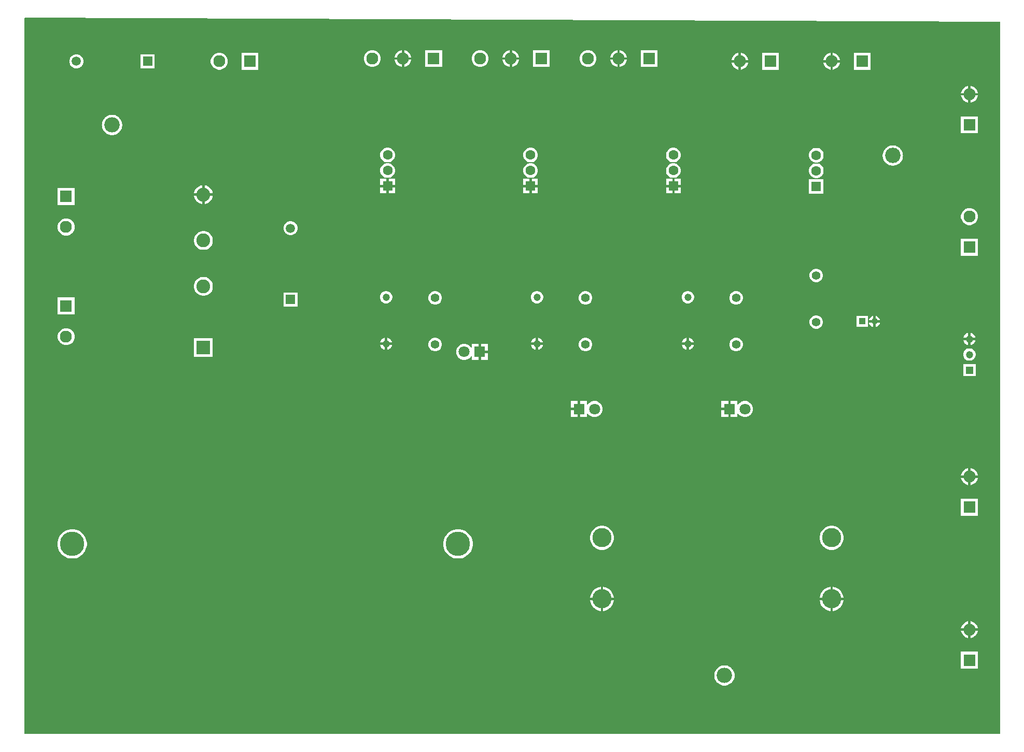
<source format=gbl>
G04*
G04 #@! TF.GenerationSoftware,Altium Limited,Altium Designer,22.8.2 (66)*
G04*
G04 Layer_Physical_Order=2*
G04 Layer_Color=16711680*
%FSLAX23Y23*%
%MOIN*%
G70*
G04*
G04 #@! TF.SameCoordinates,8AE226B6-A41B-4233-8507-6C7F5843907F*
G04*
G04*
G04 #@! TF.FilePolarity,Positive*
G04*
G01*
G75*
%ADD38C,0.157*%
%ADD39C,0.123*%
%ADD40O,0.099X0.097*%
%ADD41O,0.099X0.099*%
%ADD42C,0.055*%
%ADD43C,0.063*%
%ADD44R,0.063X0.063*%
%ADD45C,0.071*%
%ADD46R,0.071X0.071*%
%ADD47C,0.047*%
%ADD48R,0.077X0.077*%
%ADD49C,0.077*%
%ADD50R,0.077X0.077*%
%ADD51C,0.059*%
%ADD52R,0.059X0.059*%
%ADD53C,0.089*%
%ADD54R,0.089X0.089*%
%ADD55R,0.059X0.059*%
%ADD56R,0.047X0.047*%
%ADD57R,0.041X0.041*%
%ADD58C,0.041*%
G36*
X6299Y4602D02*
Y16D01*
X27D01*
Y4622D01*
X30Y4626D01*
X6299Y4602D01*
D02*
G37*
%LPC*%
G36*
X3855Y4418D02*
Y4372D01*
X3901D01*
X3898Y4385D01*
X3891Y4397D01*
X3881Y4407D01*
X3868Y4414D01*
X3855Y4418D01*
D02*
G37*
G36*
X3162D02*
Y4372D01*
X3208D01*
X3204Y4385D01*
X3197Y4397D01*
X3187Y4407D01*
X3175Y4414D01*
X3162Y4418D01*
D02*
G37*
G36*
X2469D02*
Y4372D01*
X2515D01*
X2511Y4385D01*
X2504Y4397D01*
X2494Y4407D01*
X2482Y4414D01*
X2469Y4418D01*
D02*
G37*
G36*
X3840D02*
X3827Y4414D01*
X3814Y4407D01*
X3804Y4397D01*
X3797Y4385D01*
X3794Y4372D01*
X3840D01*
Y4418D01*
D02*
G37*
G36*
X3146D02*
X3133Y4414D01*
X3121Y4407D01*
X3111Y4397D01*
X3104Y4385D01*
X3100Y4372D01*
X3146D01*
Y4418D01*
D02*
G37*
G36*
X2453D02*
X2440Y4414D01*
X2427Y4407D01*
X2417Y4397D01*
X2410Y4385D01*
X2407Y4372D01*
X2453D01*
Y4418D01*
D02*
G37*
G36*
X5224Y4400D02*
Y4354D01*
X5270D01*
X5267Y4367D01*
X5260Y4379D01*
X5250Y4390D01*
X5237Y4397D01*
X5224Y4400D01*
D02*
G37*
G36*
X4634D02*
Y4354D01*
X4680D01*
X4676Y4367D01*
X4669Y4379D01*
X4659Y4390D01*
X4647Y4397D01*
X4634Y4400D01*
D02*
G37*
G36*
X5209D02*
X5196Y4397D01*
X5183Y4390D01*
X5173Y4379D01*
X5166Y4367D01*
X5163Y4354D01*
X5209D01*
Y4400D01*
D02*
G37*
G36*
X4618D02*
X4605Y4397D01*
X4593Y4390D01*
X4583Y4379D01*
X4576Y4367D01*
X4572Y4354D01*
X4618D01*
Y4400D01*
D02*
G37*
G36*
X3208Y4356D02*
X3162D01*
Y4310D01*
X3175Y4314D01*
X3187Y4321D01*
X3197Y4331D01*
X3204Y4343D01*
X3208Y4356D01*
D02*
G37*
G36*
X2515D02*
X2469D01*
Y4310D01*
X2482Y4314D01*
X2494Y4321D01*
X2504Y4331D01*
X2511Y4343D01*
X2515Y4356D01*
D02*
G37*
G36*
X3901D02*
X3855D01*
Y4310D01*
X3868Y4314D01*
X3881Y4321D01*
X3891Y4331D01*
X3898Y4343D01*
X3901Y4356D01*
D02*
G37*
G36*
X3840D02*
X3794D01*
X3797Y4343D01*
X3804Y4331D01*
X3814Y4321D01*
X3827Y4314D01*
X3840Y4310D01*
Y4356D01*
D02*
G37*
G36*
X3146D02*
X3100D01*
X3104Y4343D01*
X3111Y4331D01*
X3121Y4321D01*
X3133Y4314D01*
X3146Y4310D01*
Y4356D01*
D02*
G37*
G36*
X2453D02*
X2407D01*
X2410Y4343D01*
X2417Y4331D01*
X2427Y4321D01*
X2440Y4314D01*
X2453Y4310D01*
Y4356D01*
D02*
G37*
G36*
X4098Y4418D02*
X3990D01*
Y4310D01*
X4098D01*
Y4418D01*
D02*
G37*
G36*
X3658D02*
X3644D01*
X3630Y4414D01*
X3617Y4407D01*
X3607Y4397D01*
X3600Y4385D01*
X3596Y4371D01*
Y4357D01*
X3600Y4343D01*
X3607Y4331D01*
X3617Y4321D01*
X3630Y4314D01*
X3644Y4310D01*
X3658D01*
X3672Y4314D01*
X3684Y4321D01*
X3694Y4331D01*
X3701Y4343D01*
X3705Y4357D01*
Y4371D01*
X3701Y4385D01*
X3694Y4397D01*
X3684Y4407D01*
X3672Y4414D01*
X3658Y4418D01*
D02*
G37*
G36*
X3405D02*
X3297D01*
Y4310D01*
X3405D01*
Y4418D01*
D02*
G37*
G36*
X2964D02*
X2950D01*
X2936Y4414D01*
X2924Y4407D01*
X2914Y4397D01*
X2907Y4385D01*
X2903Y4371D01*
Y4357D01*
X2907Y4343D01*
X2914Y4331D01*
X2924Y4321D01*
X2936Y4314D01*
X2950Y4310D01*
X2964D01*
X2978Y4314D01*
X2990Y4321D01*
X3001Y4331D01*
X3008Y4343D01*
X3011Y4357D01*
Y4371D01*
X3008Y4385D01*
X3001Y4397D01*
X2990Y4407D01*
X2978Y4414D01*
X2964Y4418D01*
D02*
G37*
G36*
X2712D02*
X2603D01*
Y4310D01*
X2712D01*
Y4418D01*
D02*
G37*
G36*
X2271D02*
X2257D01*
X2243Y4414D01*
X2231Y4407D01*
X2220Y4397D01*
X2213Y4385D01*
X2210Y4371D01*
Y4357D01*
X2213Y4343D01*
X2220Y4331D01*
X2231Y4321D01*
X2243Y4314D01*
X2257Y4310D01*
X2271D01*
X2285Y4314D01*
X2297Y4321D01*
X2307Y4331D01*
X2314Y4343D01*
X2318Y4357D01*
Y4371D01*
X2314Y4385D01*
X2307Y4397D01*
X2297Y4407D01*
X2285Y4414D01*
X2271Y4418D01*
D02*
G37*
G36*
X865Y4392D02*
X775D01*
Y4301D01*
X865D01*
Y4392D01*
D02*
G37*
G36*
X367D02*
X355D01*
X344Y4388D01*
X333Y4382D01*
X325Y4374D01*
X319Y4364D01*
X316Y4352D01*
Y4340D01*
X319Y4329D01*
X325Y4318D01*
X333Y4310D01*
X344Y4304D01*
X355Y4301D01*
X367D01*
X379Y4304D01*
X389Y4310D01*
X397Y4318D01*
X403Y4329D01*
X406Y4340D01*
Y4352D01*
X403Y4364D01*
X397Y4374D01*
X389Y4382D01*
X379Y4388D01*
X367Y4392D01*
D02*
G37*
G36*
X5270Y4338D02*
X5224D01*
Y4292D01*
X5237Y4296D01*
X5250Y4303D01*
X5260Y4313D01*
X5267Y4325D01*
X5270Y4338D01*
D02*
G37*
G36*
X4680D02*
X4634D01*
Y4292D01*
X4647Y4296D01*
X4659Y4303D01*
X4669Y4313D01*
X4676Y4325D01*
X4680Y4338D01*
D02*
G37*
G36*
X5209D02*
X5163D01*
X5166Y4325D01*
X5173Y4313D01*
X5183Y4303D01*
X5196Y4296D01*
X5209Y4292D01*
Y4338D01*
D02*
G37*
G36*
X4618D02*
X4572D01*
X4576Y4325D01*
X4583Y4313D01*
X4593Y4303D01*
X4605Y4296D01*
X4618Y4292D01*
Y4338D01*
D02*
G37*
G36*
X5468Y4400D02*
X5359D01*
Y4292D01*
X5468D01*
Y4400D01*
D02*
G37*
G36*
X4877D02*
X4769D01*
Y4292D01*
X4877D01*
Y4400D01*
D02*
G37*
G36*
X1531D02*
X1422D01*
Y4292D01*
X1531D01*
Y4400D01*
D02*
G37*
G36*
X1287D02*
X1272D01*
X1259Y4397D01*
X1246Y4390D01*
X1236Y4379D01*
X1229Y4367D01*
X1225Y4353D01*
Y4339D01*
X1229Y4325D01*
X1236Y4313D01*
X1246Y4303D01*
X1259Y4296D01*
X1272Y4292D01*
X1287D01*
X1300Y4296D01*
X1313Y4303D01*
X1323Y4313D01*
X1330Y4325D01*
X1334Y4339D01*
Y4353D01*
X1330Y4367D01*
X1323Y4379D01*
X1313Y4390D01*
X1300Y4397D01*
X1287Y4400D01*
D02*
G37*
G36*
X6110Y4188D02*
Y4142D01*
X6156D01*
X6153Y4155D01*
X6146Y4167D01*
X6136Y4177D01*
X6123Y4184D01*
X6110Y4188D01*
D02*
G37*
G36*
X6094Y4188D02*
X6081Y4184D01*
X6069Y4177D01*
X6059Y4167D01*
X6052Y4155D01*
X6048Y4142D01*
X6094D01*
Y4188D01*
D02*
G37*
G36*
X6156Y4126D02*
X6110D01*
Y4080D01*
X6123Y4083D01*
X6136Y4091D01*
X6146Y4101D01*
X6153Y4113D01*
X6156Y4126D01*
D02*
G37*
G36*
X6094D02*
X6048D01*
X6052Y4113D01*
X6059Y4101D01*
X6069Y4091D01*
X6081Y4083D01*
X6094Y4080D01*
Y4126D01*
D02*
G37*
G36*
X6156Y3991D02*
X6048D01*
Y3883D01*
X6156D01*
Y3991D01*
D02*
G37*
G36*
X597Y4002D02*
X584D01*
X572Y4000D01*
X560Y3995D01*
X549Y3987D01*
X545Y3983D01*
X544Y3983D01*
X544Y3982D01*
X540Y3978D01*
X537Y3974D01*
X536Y3973D01*
X535Y3971D01*
X533Y3968D01*
X531Y3964D01*
X530Y3962D01*
X529Y3959D01*
X528Y3956D01*
X527Y3952D01*
X526Y3950D01*
X526Y3947D01*
X526Y3943D01*
Y3940D01*
X525Y3937D01*
X526Y3934D01*
Y3931D01*
X526Y3927D01*
X526Y3924D01*
X527Y3922D01*
X528Y3918D01*
X529Y3915D01*
X530Y3912D01*
X531Y3910D01*
X533Y3906D01*
X535Y3903D01*
X536Y3901D01*
X537Y3900D01*
X540Y3896D01*
X544Y3892D01*
X544Y3891D01*
X545Y3891D01*
X549Y3887D01*
X560Y3879D01*
X572Y3875D01*
X584Y3872D01*
X597D01*
X610Y3875D01*
X621Y3879D01*
X632Y3887D01*
X636Y3891D01*
X637Y3891D01*
X637Y3892D01*
X641Y3896D01*
X644Y3900D01*
X645Y3901D01*
X646Y3903D01*
X648Y3906D01*
X650Y3910D01*
X651Y3912D01*
X652Y3915D01*
X653Y3918D01*
X654Y3922D01*
X655Y3924D01*
X655Y3927D01*
X656Y3931D01*
Y3934D01*
X656Y3937D01*
X656Y3940D01*
Y3943D01*
X655Y3947D01*
X655Y3950D01*
X654Y3952D01*
X653Y3956D01*
X652Y3959D01*
X651Y3962D01*
X650Y3964D01*
X648Y3968D01*
X646Y3971D01*
X645Y3973D01*
X644Y3974D01*
X641Y3978D01*
X637Y3982D01*
X637Y3983D01*
X636Y3983D01*
X632Y3987D01*
X621Y3995D01*
X610Y4000D01*
X597Y4002D01*
D02*
G37*
G36*
X4206Y3791D02*
X4193D01*
X4181Y3787D01*
X4170Y3781D01*
X4162Y3772D01*
X4155Y3762D01*
X4152Y3750D01*
Y3737D01*
X4155Y3725D01*
X4162Y3714D01*
X4170Y3706D01*
X4181Y3699D01*
X4193Y3696D01*
X4206D01*
X4218Y3699D01*
X4228Y3706D01*
X4237Y3714D01*
X4244Y3725D01*
X4247Y3737D01*
Y3750D01*
X4244Y3762D01*
X4237Y3772D01*
X4228Y3781D01*
X4218Y3787D01*
X4206Y3791D01*
D02*
G37*
G36*
X3287D02*
X3275D01*
X3263Y3787D01*
X3252Y3781D01*
X3243Y3772D01*
X3237Y3762D01*
X3234Y3750D01*
Y3737D01*
X3237Y3725D01*
X3243Y3714D01*
X3252Y3706D01*
X3263Y3699D01*
X3275Y3696D01*
X3287D01*
X3299Y3699D01*
X3310Y3706D01*
X3319Y3714D01*
X3325Y3725D01*
X3328Y3737D01*
Y3750D01*
X3325Y3762D01*
X3319Y3772D01*
X3310Y3781D01*
X3299Y3787D01*
X3287Y3791D01*
D02*
G37*
G36*
X2368D02*
X2356D01*
X2344Y3787D01*
X2333Y3781D01*
X2324Y3772D01*
X2318Y3762D01*
X2315Y3750D01*
Y3737D01*
X2318Y3725D01*
X2324Y3714D01*
X2333Y3706D01*
X2344Y3699D01*
X2356Y3696D01*
X2368D01*
X2380Y3699D01*
X2391Y3706D01*
X2400Y3714D01*
X2406Y3725D01*
X2409Y3737D01*
Y3750D01*
X2406Y3762D01*
X2400Y3772D01*
X2391Y3781D01*
X2380Y3787D01*
X2368Y3791D01*
D02*
G37*
G36*
X5124Y3789D02*
X5112D01*
X5100Y3786D01*
X5089Y3780D01*
X5080Y3771D01*
X5074Y3760D01*
X5071Y3748D01*
Y3736D01*
X5074Y3723D01*
X5080Y3713D01*
X5089Y3704D01*
X5100Y3698D01*
X5112Y3694D01*
X5124D01*
X5136Y3698D01*
X5147Y3704D01*
X5156Y3713D01*
X5162Y3723D01*
X5165Y3736D01*
Y3748D01*
X5162Y3760D01*
X5156Y3771D01*
X5147Y3780D01*
X5136Y3786D01*
X5124Y3789D01*
D02*
G37*
G36*
X5610Y3805D02*
X5607Y3805D01*
X5604D01*
X5601Y3805D01*
X5597Y3804D01*
X5594Y3803D01*
X5591Y3803D01*
X5588Y3801D01*
X5585Y3800D01*
X5582Y3799D01*
X5579Y3798D01*
X5577Y3796D01*
X5574Y3794D01*
X5571Y3792D01*
X5569Y3791D01*
X5567Y3788D01*
X5564Y3786D01*
X5562Y3784D01*
X5560Y3782D01*
X5558Y3779D01*
X5556Y3776D01*
X5554Y3774D01*
X5553Y3771D01*
X5551Y3768D01*
X5550Y3765D01*
X5549Y3762D01*
X5548Y3759D01*
X5547Y3756D01*
X5546Y3753D01*
X5546Y3750D01*
X5545Y3747D01*
Y3743D01*
X5545Y3740D01*
Y3740D01*
X5545Y3737D01*
Y3734D01*
X5546Y3731D01*
X5546Y3727D01*
X5547Y3724D01*
X5548Y3721D01*
X5549Y3718D01*
X5550Y3715D01*
X5551Y3712D01*
X5553Y3709D01*
X5554Y3707D01*
X5556Y3704D01*
X5558Y3701D01*
X5560Y3699D01*
X5562Y3696D01*
X5564Y3694D01*
X5567Y3692D01*
X5569Y3690D01*
X5571Y3688D01*
X5574Y3686D01*
X5577Y3684D01*
X5579Y3683D01*
X5582Y3681D01*
X5585Y3680D01*
X5588Y3679D01*
X5591Y3678D01*
X5594Y3677D01*
X5597Y3676D01*
X5601Y3676D01*
X5604Y3675D01*
X5607D01*
X5610Y3675D01*
X5613Y3675D01*
X5617D01*
X5620Y3676D01*
X5623Y3676D01*
X5626Y3677D01*
X5629Y3678D01*
X5632Y3679D01*
X5635Y3680D01*
X5638Y3681D01*
X5641Y3683D01*
X5644Y3684D01*
X5647Y3686D01*
X5649Y3688D01*
X5652Y3690D01*
X5654Y3692D01*
X5656Y3694D01*
X5658Y3696D01*
X5661Y3699D01*
X5662Y3701D01*
X5665Y3704D01*
X5666Y3707D01*
X5668Y3709D01*
X5669Y3712D01*
X5671Y3715D01*
X5672Y3718D01*
X5673Y3721D01*
X5673Y3724D01*
X5674Y3727D01*
X5675Y3731D01*
X5675Y3734D01*
Y3737D01*
X5676Y3740D01*
Y3740D01*
X5675Y3743D01*
Y3747D01*
X5675Y3750D01*
X5674Y3753D01*
X5673Y3756D01*
X5673Y3759D01*
X5672Y3762D01*
X5671Y3765D01*
X5669Y3768D01*
X5668Y3771D01*
X5666Y3774D01*
X5665Y3776D01*
X5662Y3779D01*
X5661Y3782D01*
X5658Y3784D01*
X5656Y3786D01*
X5654Y3788D01*
X5652Y3791D01*
X5649Y3792D01*
X5647Y3794D01*
X5644Y3796D01*
X5641Y3798D01*
X5638Y3799D01*
X5635Y3800D01*
X5632Y3801D01*
X5629Y3803D01*
X5626Y3803D01*
X5623Y3804D01*
X5620Y3805D01*
X5617Y3805D01*
X5613D01*
X5610Y3805D01*
D02*
G37*
G36*
X4206Y3691D02*
X4193D01*
X4181Y3687D01*
X4170Y3681D01*
X4162Y3672D01*
X4155Y3662D01*
X4152Y3650D01*
Y3637D01*
X4155Y3625D01*
X4162Y3614D01*
X4170Y3606D01*
X4181Y3599D01*
X4193Y3596D01*
X4206D01*
X4218Y3599D01*
X4228Y3606D01*
X4237Y3614D01*
X4244Y3625D01*
X4247Y3637D01*
Y3650D01*
X4244Y3662D01*
X4237Y3672D01*
X4228Y3681D01*
X4218Y3687D01*
X4206Y3691D01*
D02*
G37*
G36*
X3287D02*
X3275D01*
X3263Y3687D01*
X3252Y3681D01*
X3243Y3672D01*
X3237Y3662D01*
X3234Y3650D01*
Y3637D01*
X3237Y3625D01*
X3243Y3614D01*
X3252Y3606D01*
X3263Y3599D01*
X3275Y3596D01*
X3287D01*
X3299Y3599D01*
X3310Y3606D01*
X3319Y3614D01*
X3325Y3625D01*
X3328Y3637D01*
Y3650D01*
X3325Y3662D01*
X3319Y3672D01*
X3310Y3681D01*
X3299Y3687D01*
X3287Y3691D01*
D02*
G37*
G36*
X2368D02*
X2356D01*
X2344Y3687D01*
X2333Y3681D01*
X2324Y3672D01*
X2318Y3662D01*
X2315Y3650D01*
Y3637D01*
X2318Y3625D01*
X2324Y3614D01*
X2333Y3606D01*
X2344Y3599D01*
X2356Y3596D01*
X2368D01*
X2380Y3599D01*
X2391Y3606D01*
X2400Y3614D01*
X2406Y3625D01*
X2409Y3637D01*
Y3650D01*
X2406Y3662D01*
X2400Y3672D01*
X2391Y3681D01*
X2380Y3687D01*
X2368Y3691D01*
D02*
G37*
G36*
X5124Y3689D02*
X5112D01*
X5100Y3686D01*
X5089Y3680D01*
X5080Y3671D01*
X5074Y3660D01*
X5071Y3648D01*
Y3636D01*
X5074Y3623D01*
X5080Y3613D01*
X5089Y3604D01*
X5100Y3598D01*
X5112Y3594D01*
X5124D01*
X5136Y3598D01*
X5147Y3604D01*
X5156Y3613D01*
X5162Y3623D01*
X5165Y3636D01*
Y3648D01*
X5162Y3660D01*
X5156Y3671D01*
X5147Y3680D01*
X5136Y3686D01*
X5124Y3689D01*
D02*
G37*
G36*
X4247Y3591D02*
X4207D01*
Y3551D01*
X4247D01*
Y3591D01*
D02*
G37*
G36*
X4192D02*
X4152D01*
Y3551D01*
X4192D01*
Y3591D01*
D02*
G37*
G36*
X3328D02*
X3289D01*
Y3551D01*
X3328D01*
Y3591D01*
D02*
G37*
G36*
X3273D02*
X3234D01*
Y3551D01*
X3273D01*
Y3591D01*
D02*
G37*
G36*
X2409D02*
X2370D01*
Y3551D01*
X2409D01*
Y3591D01*
D02*
G37*
G36*
X2354D02*
X2315D01*
Y3551D01*
X2354D01*
Y3591D01*
D02*
G37*
G36*
X1186Y3548D02*
Y3496D01*
X1238D01*
X1236Y3506D01*
X1232Y3517D01*
X1225Y3527D01*
X1217Y3535D01*
X1207Y3542D01*
X1196Y3546D01*
X1186Y3548D01*
D02*
G37*
G36*
X1170D02*
X1160Y3546D01*
X1149Y3542D01*
X1139Y3535D01*
X1131Y3527D01*
X1124Y3517D01*
X1120Y3506D01*
X1118Y3496D01*
X1170D01*
Y3548D01*
D02*
G37*
G36*
X4247Y3535D02*
X4207D01*
Y3496D01*
X4247D01*
Y3535D01*
D02*
G37*
G36*
X4192D02*
X4152D01*
Y3496D01*
X4192D01*
Y3535D01*
D02*
G37*
G36*
X3328Y3535D02*
X3289D01*
Y3496D01*
X3328D01*
Y3535D01*
D02*
G37*
G36*
X3273D02*
X3234D01*
Y3496D01*
X3273D01*
Y3535D01*
D02*
G37*
G36*
X2409Y3535D02*
X2370D01*
Y3496D01*
X2409D01*
Y3535D01*
D02*
G37*
G36*
X2354D02*
X2315D01*
Y3496D01*
X2354D01*
Y3535D01*
D02*
G37*
G36*
X5165Y3589D02*
X5071D01*
Y3494D01*
X5165D01*
Y3589D01*
D02*
G37*
G36*
X1238Y3480D02*
X1186D01*
Y3428D01*
X1196Y3430D01*
X1207Y3435D01*
X1217Y3441D01*
X1225Y3450D01*
X1232Y3460D01*
X1236Y3471D01*
X1238Y3480D01*
D02*
G37*
G36*
X1170D02*
X1118D01*
X1120Y3471D01*
X1124Y3460D01*
X1131Y3450D01*
X1139Y3441D01*
X1149Y3435D01*
X1160Y3430D01*
X1170Y3428D01*
Y3480D01*
D02*
G37*
G36*
X349Y3531D02*
X241D01*
Y3422D01*
X349D01*
Y3531D01*
D02*
G37*
G36*
X6109Y3401D02*
X6095D01*
X6081Y3397D01*
X6069Y3390D01*
X6059Y3380D01*
X6052Y3367D01*
X6048Y3354D01*
Y3339D01*
X6052Y3326D01*
X6059Y3313D01*
X6069Y3303D01*
X6081Y3296D01*
X6095Y3292D01*
X6109D01*
X6123Y3296D01*
X6136Y3303D01*
X6146Y3313D01*
X6153Y3326D01*
X6156Y3339D01*
Y3354D01*
X6153Y3367D01*
X6146Y3380D01*
X6136Y3390D01*
X6123Y3397D01*
X6109Y3401D01*
D02*
G37*
G36*
X1744Y3318D02*
X1732D01*
X1721Y3315D01*
X1710Y3309D01*
X1702Y3300D01*
X1696Y3290D01*
X1693Y3278D01*
Y3266D01*
X1696Y3255D01*
X1702Y3245D01*
X1710Y3236D01*
X1721Y3230D01*
X1732Y3227D01*
X1744D01*
X1755Y3230D01*
X1766Y3236D01*
X1774Y3245D01*
X1780Y3255D01*
X1783Y3266D01*
Y3278D01*
X1780Y3290D01*
X1774Y3300D01*
X1766Y3309D01*
X1755Y3315D01*
X1744Y3318D01*
D02*
G37*
G36*
X302Y3334D02*
X288D01*
X274Y3330D01*
X262Y3323D01*
X252Y3313D01*
X245Y3300D01*
X241Y3287D01*
Y3272D01*
X245Y3259D01*
X252Y3246D01*
X262Y3236D01*
X274Y3229D01*
X288Y3225D01*
X302D01*
X316Y3229D01*
X329Y3236D01*
X339Y3246D01*
X346Y3259D01*
X349Y3272D01*
Y3287D01*
X346Y3300D01*
X339Y3313D01*
X329Y3323D01*
X316Y3330D01*
X302Y3334D01*
D02*
G37*
G36*
X1184Y3253D02*
X1172D01*
X1160Y3251D01*
X1149Y3247D01*
X1139Y3240D01*
X1131Y3232D01*
X1124Y3222D01*
X1120Y3211D01*
X1118Y3199D01*
Y3187D01*
X1120Y3175D01*
X1124Y3164D01*
X1131Y3154D01*
X1139Y3146D01*
X1149Y3139D01*
X1160Y3135D01*
X1172Y3133D01*
X1184D01*
X1196Y3135D01*
X1207Y3139D01*
X1217Y3146D01*
X1225Y3154D01*
X1232Y3164D01*
X1236Y3175D01*
X1238Y3187D01*
Y3199D01*
X1236Y3211D01*
X1232Y3222D01*
X1225Y3232D01*
X1217Y3240D01*
X1207Y3247D01*
X1196Y3251D01*
X1184Y3253D01*
D02*
G37*
G36*
X6156Y3204D02*
X6048D01*
Y3095D01*
X6156D01*
Y3204D01*
D02*
G37*
G36*
X5124Y3012D02*
X5112D01*
X5101Y3009D01*
X5092Y3003D01*
X5083Y2995D01*
X5078Y2985D01*
X5075Y2974D01*
Y2963D01*
X5078Y2952D01*
X5083Y2942D01*
X5092Y2934D01*
X5101Y2928D01*
X5112Y2925D01*
X5124D01*
X5135Y2928D01*
X5145Y2934D01*
X5153Y2942D01*
X5158Y2952D01*
X5161Y2963D01*
Y2974D01*
X5158Y2985D01*
X5153Y2995D01*
X5145Y3003D01*
X5135Y3009D01*
X5124Y3012D01*
D02*
G37*
G36*
X1184Y2958D02*
X1172D01*
X1160Y2956D01*
X1149Y2951D01*
X1139Y2945D01*
X1131Y2936D01*
X1124Y2926D01*
X1120Y2915D01*
X1118Y2904D01*
Y2892D01*
X1120Y2880D01*
X1124Y2869D01*
X1131Y2859D01*
X1139Y2851D01*
X1149Y2844D01*
X1160Y2840D01*
X1172Y2837D01*
X1184D01*
X1196Y2840D01*
X1207Y2844D01*
X1217Y2851D01*
X1225Y2859D01*
X1232Y2869D01*
X1236Y2880D01*
X1238Y2892D01*
Y2904D01*
X1236Y2915D01*
X1232Y2926D01*
X1225Y2936D01*
X1217Y2945D01*
X1207Y2951D01*
X1196Y2956D01*
X1184Y2958D01*
D02*
G37*
G36*
X4297Y2868D02*
X4287D01*
X4277Y2865D01*
X4268Y2860D01*
X4261Y2852D01*
X4256Y2844D01*
X4253Y2833D01*
Y2823D01*
X4256Y2813D01*
X4261Y2804D01*
X4268Y2797D01*
X4277Y2792D01*
X4287Y2789D01*
X4297D01*
X4307Y2792D01*
X4316Y2797D01*
X4324Y2804D01*
X4329Y2813D01*
X4332Y2823D01*
Y2833D01*
X4329Y2844D01*
X4324Y2852D01*
X4316Y2860D01*
X4307Y2865D01*
X4297Y2868D01*
D02*
G37*
G36*
X3327D02*
X3317D01*
X3307Y2865D01*
X3298Y2860D01*
X3291Y2852D01*
X3286Y2844D01*
X3283Y2833D01*
Y2823D01*
X3286Y2813D01*
X3291Y2804D01*
X3298Y2797D01*
X3307Y2792D01*
X3317Y2789D01*
X3327D01*
X3337Y2792D01*
X3346Y2797D01*
X3354Y2804D01*
X3359Y2813D01*
X3362Y2823D01*
Y2833D01*
X3359Y2844D01*
X3354Y2852D01*
X3346Y2860D01*
X3337Y2865D01*
X3327Y2868D01*
D02*
G37*
G36*
X2357D02*
X2347D01*
X2337Y2865D01*
X2328Y2860D01*
X2321Y2852D01*
X2316Y2844D01*
X2313Y2833D01*
Y2823D01*
X2316Y2813D01*
X2321Y2804D01*
X2328Y2797D01*
X2337Y2792D01*
X2347Y2789D01*
X2357D01*
X2367Y2792D01*
X2376Y2797D01*
X2384Y2804D01*
X2389Y2813D01*
X2392Y2823D01*
Y2833D01*
X2389Y2844D01*
X2384Y2852D01*
X2376Y2860D01*
X2367Y2865D01*
X2357Y2868D01*
D02*
G37*
G36*
X4608Y2867D02*
X4597D01*
X4585Y2864D01*
X4576Y2858D01*
X4568Y2850D01*
X4562Y2840D01*
X4559Y2829D01*
Y2818D01*
X4562Y2807D01*
X4568Y2797D01*
X4576Y2789D01*
X4585Y2783D01*
X4597Y2780D01*
X4608D01*
X4619Y2783D01*
X4629Y2789D01*
X4637Y2797D01*
X4643Y2807D01*
X4646Y2818D01*
Y2829D01*
X4643Y2840D01*
X4637Y2850D01*
X4629Y2858D01*
X4619Y2864D01*
X4608Y2867D01*
D02*
G37*
G36*
X3640D02*
X3629D01*
X3618Y2864D01*
X3608Y2858D01*
X3600Y2850D01*
X3594Y2840D01*
X3591Y2829D01*
Y2818D01*
X3594Y2807D01*
X3600Y2797D01*
X3608Y2789D01*
X3618Y2783D01*
X3629Y2780D01*
X3640D01*
X3651Y2783D01*
X3661Y2789D01*
X3669Y2797D01*
X3675Y2807D01*
X3678Y2818D01*
Y2829D01*
X3675Y2840D01*
X3669Y2850D01*
X3661Y2858D01*
X3651Y2864D01*
X3640Y2867D01*
D02*
G37*
G36*
X2673D02*
X2662D01*
X2650Y2864D01*
X2641Y2858D01*
X2633Y2850D01*
X2627Y2840D01*
X2624Y2829D01*
Y2818D01*
X2627Y2807D01*
X2633Y2797D01*
X2641Y2789D01*
X2650Y2783D01*
X2662Y2780D01*
X2673D01*
X2684Y2783D01*
X2694Y2789D01*
X2702Y2797D01*
X2708Y2807D01*
X2711Y2818D01*
Y2829D01*
X2708Y2840D01*
X2702Y2850D01*
X2694Y2858D01*
X2684Y2864D01*
X2673Y2867D01*
D02*
G37*
G36*
X1783Y2859D02*
X1693D01*
Y2768D01*
X1783D01*
Y2859D01*
D02*
G37*
G36*
X349Y2826D02*
X241D01*
Y2717D01*
X349D01*
Y2826D01*
D02*
G37*
G36*
X5500Y2709D02*
Y2681D01*
X5528D01*
X5526Y2687D01*
X5521Y2695D01*
X5514Y2702D01*
X5506Y2707D01*
X5500Y2709D01*
D02*
G37*
G36*
X5484D02*
X5478Y2707D01*
X5470Y2702D01*
X5463Y2695D01*
X5458Y2687D01*
X5457Y2681D01*
X5484D01*
Y2709D01*
D02*
G37*
G36*
X5528Y2665D02*
X5500D01*
Y2637D01*
X5506Y2639D01*
X5514Y2644D01*
X5521Y2651D01*
X5526Y2659D01*
X5528Y2665D01*
D02*
G37*
G36*
X5484D02*
X5457D01*
X5458Y2659D01*
X5463Y2651D01*
X5470Y2644D01*
X5478Y2639D01*
X5484Y2637D01*
Y2665D01*
D02*
G37*
G36*
X5450Y2709D02*
X5377D01*
Y2637D01*
X5450D01*
Y2709D01*
D02*
G37*
G36*
X5124Y2712D02*
X5112D01*
X5101Y2709D01*
X5092Y2703D01*
X5083Y2695D01*
X5078Y2685D01*
X5075Y2674D01*
Y2663D01*
X5078Y2652D01*
X5083Y2642D01*
X5092Y2634D01*
X5101Y2628D01*
X5112Y2625D01*
X5124D01*
X5135Y2628D01*
X5145Y2634D01*
X5153Y2642D01*
X5158Y2652D01*
X5161Y2663D01*
Y2674D01*
X5158Y2685D01*
X5153Y2695D01*
X5145Y2703D01*
X5135Y2709D01*
X5124Y2712D01*
D02*
G37*
G36*
X6110Y2598D02*
Y2567D01*
X6141D01*
X6139Y2574D01*
X6134Y2583D01*
X6127Y2591D01*
X6118Y2596D01*
X6110Y2598D01*
D02*
G37*
G36*
X6094Y2598D02*
X6087Y2596D01*
X6078Y2591D01*
X6071Y2583D01*
X6066Y2574D01*
X6064Y2567D01*
X6094D01*
Y2598D01*
D02*
G37*
G36*
X4300Y2567D02*
Y2536D01*
X4331D01*
X4329Y2544D01*
X4324Y2552D01*
X4316Y2560D01*
X4307Y2565D01*
X4300Y2567D01*
D02*
G37*
G36*
X3330D02*
Y2536D01*
X3361D01*
X3359Y2544D01*
X3354Y2552D01*
X3346Y2560D01*
X3337Y2565D01*
X3330Y2567D01*
D02*
G37*
G36*
X2360D02*
Y2536D01*
X2391D01*
X2389Y2544D01*
X2384Y2552D01*
X2376Y2560D01*
X2367Y2565D01*
X2360Y2567D01*
D02*
G37*
G36*
X4284Y2567D02*
X4277Y2565D01*
X4268Y2560D01*
X4261Y2552D01*
X4256Y2544D01*
X4254Y2536D01*
X4284D01*
Y2567D01*
D02*
G37*
G36*
X3314D02*
X3307Y2565D01*
X3298Y2560D01*
X3291Y2552D01*
X3286Y2544D01*
X3284Y2536D01*
X3314D01*
Y2567D01*
D02*
G37*
G36*
X2344D02*
X2337Y2565D01*
X2328Y2560D01*
X2321Y2552D01*
X2316Y2544D01*
X2314Y2536D01*
X2344D01*
Y2567D01*
D02*
G37*
G36*
X302Y2629D02*
X288D01*
X274Y2625D01*
X262Y2618D01*
X252Y2608D01*
X245Y2595D01*
X241Y2582D01*
Y2567D01*
X245Y2554D01*
X252Y2541D01*
X262Y2531D01*
X274Y2524D01*
X288Y2520D01*
X302D01*
X316Y2524D01*
X329Y2531D01*
X339Y2541D01*
X346Y2554D01*
X349Y2567D01*
Y2582D01*
X346Y2595D01*
X339Y2608D01*
X329Y2618D01*
X316Y2625D01*
X302Y2629D01*
D02*
G37*
G36*
X6141Y2551D02*
X6110D01*
Y2520D01*
X6118Y2522D01*
X6127Y2528D01*
X6134Y2535D01*
X6139Y2544D01*
X6141Y2551D01*
D02*
G37*
G36*
X6094D02*
X6064D01*
X6066Y2544D01*
X6071Y2535D01*
X6078Y2528D01*
X6087Y2522D01*
X6094Y2520D01*
Y2551D01*
D02*
G37*
G36*
X2946Y2528D02*
X2903D01*
Y2505D01*
X2898Y2504D01*
X2896Y2508D01*
X2886Y2517D01*
X2874Y2524D01*
X2861Y2528D01*
X2848D01*
X2834Y2524D01*
X2823Y2517D01*
X2813Y2508D01*
X2806Y2496D01*
X2803Y2483D01*
Y2469D01*
X2806Y2456D01*
X2813Y2445D01*
X2823Y2435D01*
X2834Y2428D01*
X2848Y2425D01*
X2861D01*
X2874Y2428D01*
X2886Y2435D01*
X2896Y2445D01*
X2898Y2449D01*
X2903Y2447D01*
Y2425D01*
X2946D01*
Y2476D01*
Y2528D01*
D02*
G37*
G36*
X4331Y2520D02*
X4300D01*
Y2490D01*
X4307Y2492D01*
X4316Y2497D01*
X4324Y2504D01*
X4329Y2513D01*
X4331Y2520D01*
D02*
G37*
G36*
X3361D02*
X3330D01*
Y2490D01*
X3337Y2492D01*
X3346Y2497D01*
X3354Y2504D01*
X3359Y2513D01*
X3361Y2520D01*
D02*
G37*
G36*
X2391D02*
X2360D01*
Y2490D01*
X2367Y2492D01*
X2376Y2497D01*
X2384Y2504D01*
X2389Y2513D01*
X2391Y2520D01*
D02*
G37*
G36*
X4284D02*
X4254D01*
X4256Y2513D01*
X4261Y2504D01*
X4268Y2497D01*
X4277Y2492D01*
X4284Y2490D01*
Y2520D01*
D02*
G37*
G36*
X3314D02*
X3284D01*
X3286Y2513D01*
X3291Y2504D01*
X3298Y2497D01*
X3307Y2492D01*
X3314Y2490D01*
Y2520D01*
D02*
G37*
G36*
X2344D02*
X2314D01*
X2316Y2513D01*
X2321Y2504D01*
X2328Y2497D01*
X2337Y2492D01*
X2344Y2490D01*
Y2520D01*
D02*
G37*
G36*
X3006Y2528D02*
X2962D01*
Y2484D01*
X3006D01*
Y2528D01*
D02*
G37*
G36*
X4608Y2567D02*
X4597D01*
X4585Y2564D01*
X4576Y2558D01*
X4568Y2550D01*
X4562Y2540D01*
X4559Y2529D01*
Y2518D01*
X4562Y2507D01*
X4568Y2497D01*
X4576Y2489D01*
X4585Y2483D01*
X4597Y2480D01*
X4608D01*
X4619Y2483D01*
X4629Y2489D01*
X4637Y2497D01*
X4643Y2507D01*
X4646Y2518D01*
Y2529D01*
X4643Y2540D01*
X4637Y2550D01*
X4629Y2558D01*
X4619Y2564D01*
X4608Y2567D01*
D02*
G37*
G36*
X3640D02*
X3629D01*
X3618Y2564D01*
X3608Y2558D01*
X3600Y2550D01*
X3594Y2540D01*
X3591Y2529D01*
Y2518D01*
X3594Y2507D01*
X3600Y2497D01*
X3608Y2489D01*
X3618Y2483D01*
X3629Y2480D01*
X3640D01*
X3651Y2483D01*
X3661Y2489D01*
X3669Y2497D01*
X3675Y2507D01*
X3678Y2518D01*
Y2529D01*
X3675Y2540D01*
X3669Y2550D01*
X3661Y2558D01*
X3651Y2564D01*
X3640Y2567D01*
D02*
G37*
G36*
X2673D02*
X2662D01*
X2650Y2564D01*
X2641Y2558D01*
X2633Y2550D01*
X2627Y2540D01*
X2624Y2529D01*
Y2518D01*
X2627Y2507D01*
X2633Y2497D01*
X2641Y2489D01*
X2650Y2483D01*
X2662Y2480D01*
X2673D01*
X2684Y2483D01*
X2694Y2489D01*
X2702Y2497D01*
X2708Y2507D01*
X2711Y2518D01*
Y2529D01*
X2708Y2540D01*
X2702Y2550D01*
X2694Y2558D01*
X2684Y2564D01*
X2673Y2567D01*
D02*
G37*
G36*
X1238Y2564D02*
X1118D01*
Y2444D01*
X1238D01*
Y2564D01*
D02*
G37*
G36*
X3006Y2468D02*
X2962D01*
Y2425D01*
X3006D01*
Y2468D01*
D02*
G37*
G36*
X6108Y2498D02*
X6097D01*
X6087Y2496D01*
X6078Y2491D01*
X6071Y2483D01*
X6066Y2474D01*
X6063Y2464D01*
Y2454D01*
X6066Y2444D01*
X6071Y2435D01*
X6078Y2428D01*
X6087Y2422D01*
X6097Y2420D01*
X6108D01*
X6118Y2422D01*
X6127Y2428D01*
X6134Y2435D01*
X6139Y2444D01*
X6142Y2454D01*
Y2464D01*
X6139Y2474D01*
X6134Y2483D01*
X6127Y2491D01*
X6118Y2496D01*
X6108Y2498D01*
D02*
G37*
G36*
X6142Y2398D02*
X6063D01*
Y2320D01*
X6142D01*
Y2398D01*
D02*
G37*
G36*
X4666Y2160D02*
X4653D01*
X4640Y2156D01*
X4628Y2149D01*
X4618Y2140D01*
X4616Y2136D01*
X4611Y2137D01*
Y2160D01*
X4567D01*
Y2108D01*
Y2057D01*
X4611D01*
Y2079D01*
X4616Y2081D01*
X4618Y2077D01*
X4628Y2067D01*
X4640Y2060D01*
X4653Y2057D01*
X4666D01*
X4679Y2060D01*
X4691Y2067D01*
X4701Y2077D01*
X4708Y2088D01*
X4711Y2102D01*
Y2115D01*
X4708Y2128D01*
X4701Y2140D01*
X4691Y2149D01*
X4679Y2156D01*
X4666Y2160D01*
D02*
G37*
G36*
X3699D02*
X3685D01*
X3672Y2156D01*
X3660Y2149D01*
X3651Y2140D01*
X3649Y2136D01*
X3644Y2137D01*
Y2160D01*
X3600D01*
Y2108D01*
Y2057D01*
X3644D01*
Y2079D01*
X3649Y2081D01*
X3651Y2077D01*
X3660Y2067D01*
X3672Y2060D01*
X3685Y2057D01*
X3699D01*
X3712Y2060D01*
X3724Y2067D01*
X3733Y2077D01*
X3740Y2088D01*
X3744Y2102D01*
Y2115D01*
X3740Y2128D01*
X3733Y2140D01*
X3724Y2149D01*
X3712Y2156D01*
X3699Y2160D01*
D02*
G37*
G36*
X4552D02*
X4508D01*
Y2116D01*
X4552D01*
Y2160D01*
D02*
G37*
G36*
X3584D02*
X3541D01*
Y2116D01*
X3584D01*
Y2160D01*
D02*
G37*
G36*
X4552Y2100D02*
X4508D01*
Y2057D01*
X4552D01*
Y2100D01*
D02*
G37*
G36*
X3584D02*
X3541D01*
Y2057D01*
X3584D01*
Y2100D01*
D02*
G37*
G36*
X6110Y1727D02*
Y1681D01*
X6156D01*
X6153Y1694D01*
X6146Y1706D01*
X6136Y1717D01*
X6123Y1724D01*
X6110Y1727D01*
D02*
G37*
G36*
X6094Y1727D02*
X6081Y1724D01*
X6069Y1717D01*
X6059Y1706D01*
X6052Y1694D01*
X6048Y1681D01*
X6094D01*
Y1727D01*
D02*
G37*
G36*
X6156Y1665D02*
X6110D01*
Y1619D01*
X6123Y1623D01*
X6136Y1630D01*
X6146Y1640D01*
X6153Y1652D01*
X6156Y1665D01*
D02*
G37*
G36*
X6094D02*
X6048D01*
X6052Y1652D01*
X6059Y1640D01*
X6069Y1630D01*
X6081Y1623D01*
X6094Y1619D01*
Y1665D01*
D02*
G37*
G36*
X6156Y1531D02*
X6048D01*
Y1422D01*
X6156D01*
Y1531D01*
D02*
G37*
G36*
X5224Y1357D02*
X5209D01*
X5194Y1354D01*
X5180Y1348D01*
X5167Y1339D01*
X5157Y1329D01*
X5148Y1316D01*
X5142Y1302D01*
X5139Y1287D01*
Y1272D01*
X5142Y1257D01*
X5148Y1243D01*
X5157Y1230D01*
X5167Y1220D01*
X5180Y1211D01*
X5194Y1205D01*
X5209Y1202D01*
X5224D01*
X5239Y1205D01*
X5253Y1211D01*
X5266Y1220D01*
X5276Y1230D01*
X5285Y1243D01*
X5291Y1257D01*
X5294Y1272D01*
Y1287D01*
X5291Y1302D01*
X5285Y1316D01*
X5276Y1329D01*
X5266Y1339D01*
X5253Y1348D01*
X5239Y1354D01*
X5224Y1357D01*
D02*
G37*
G36*
X3748D02*
X3733D01*
X3718Y1354D01*
X3704Y1348D01*
X3691Y1339D01*
X3680Y1329D01*
X3672Y1316D01*
X3666Y1302D01*
X3663Y1287D01*
Y1272D01*
X3666Y1257D01*
X3672Y1243D01*
X3680Y1230D01*
X3691Y1220D01*
X3704Y1211D01*
X3718Y1205D01*
X3733Y1202D01*
X3748D01*
X3763Y1205D01*
X3777Y1211D01*
X3789Y1220D01*
X3800Y1230D01*
X3808Y1243D01*
X3814Y1257D01*
X3817Y1272D01*
Y1287D01*
X3814Y1302D01*
X3808Y1316D01*
X3800Y1329D01*
X3789Y1339D01*
X3777Y1348D01*
X3763Y1354D01*
X3748Y1357D01*
D02*
G37*
G36*
X2824Y1335D02*
X2806D01*
X2787Y1331D01*
X2770Y1324D01*
X2755Y1314D01*
X2742Y1300D01*
X2731Y1285D01*
X2724Y1268D01*
X2721Y1249D01*
Y1231D01*
X2724Y1213D01*
X2731Y1195D01*
X2742Y1180D01*
X2755Y1167D01*
X2770Y1156D01*
X2787Y1149D01*
X2806Y1146D01*
X2824D01*
X2843Y1149D01*
X2860Y1156D01*
X2875Y1167D01*
X2888Y1180D01*
X2899Y1195D01*
X2906Y1213D01*
X2909Y1231D01*
Y1249D01*
X2906Y1268D01*
X2899Y1285D01*
X2888Y1300D01*
X2875Y1314D01*
X2860Y1324D01*
X2843Y1331D01*
X2824Y1335D01*
D02*
G37*
G36*
X344Y1335D02*
X325D01*
X307Y1331D01*
X290Y1324D01*
X274Y1314D01*
X261Y1300D01*
X251Y1285D01*
X244Y1268D01*
X240Y1249D01*
Y1231D01*
X244Y1213D01*
X251Y1195D01*
X261Y1180D01*
X274Y1167D01*
X290Y1156D01*
X307Y1149D01*
X325Y1146D01*
X344D01*
X362Y1149D01*
X379Y1156D01*
X395Y1167D01*
X408Y1180D01*
X418Y1195D01*
X425Y1213D01*
X429Y1231D01*
Y1249D01*
X425Y1268D01*
X418Y1285D01*
X408Y1300D01*
X395Y1314D01*
X379Y1324D01*
X362Y1331D01*
X344Y1335D01*
D02*
G37*
G36*
X5224Y963D02*
Y894D01*
X5294D01*
X5291Y908D01*
X5285Y922D01*
X5276Y935D01*
X5266Y946D01*
X5253Y954D01*
X5239Y960D01*
X5224Y963D01*
D02*
G37*
G36*
X5209D02*
X5194Y960D01*
X5180Y954D01*
X5167Y946D01*
X5157Y935D01*
X5148Y922D01*
X5142Y908D01*
X5140Y894D01*
X5209D01*
Y963D01*
D02*
G37*
G36*
X3748D02*
Y894D01*
X3817D01*
X3814Y908D01*
X3808Y922D01*
X3800Y935D01*
X3789Y946D01*
X3777Y954D01*
X3763Y960D01*
X3748Y963D01*
D02*
G37*
G36*
X3732D02*
X3718Y960D01*
X3704Y954D01*
X3691Y946D01*
X3680Y935D01*
X3672Y922D01*
X3666Y908D01*
X3663Y894D01*
X3732D01*
Y963D01*
D02*
G37*
G36*
Y878D02*
X3663D01*
X3666Y863D01*
X3672Y849D01*
X3680Y837D01*
X3691Y826D01*
X3704Y818D01*
X3718Y812D01*
X3732Y809D01*
Y878D01*
D02*
G37*
G36*
X5294Y878D02*
X5224D01*
Y809D01*
X5239Y812D01*
X5253Y818D01*
X5266Y826D01*
X5276Y837D01*
X5285Y849D01*
X5291Y863D01*
X5294Y878D01*
D02*
G37*
G36*
X5209D02*
X5140D01*
X5142Y863D01*
X5148Y849D01*
X5157Y837D01*
X5167Y826D01*
X5180Y818D01*
X5194Y812D01*
X5209Y809D01*
Y878D01*
D02*
G37*
G36*
X3817Y878D02*
X3748D01*
Y809D01*
X3763Y812D01*
X3777Y818D01*
X3789Y826D01*
X3800Y837D01*
X3808Y849D01*
X3814Y863D01*
X3817Y878D01*
D02*
G37*
G36*
X6110Y743D02*
Y697D01*
X6156D01*
X6153Y710D01*
X6146Y722D01*
X6136Y732D01*
X6123Y739D01*
X6110Y743D01*
D02*
G37*
G36*
X6094Y743D02*
X6081Y739D01*
X6069Y732D01*
X6059Y722D01*
X6052Y710D01*
X6048Y697D01*
X6094D01*
Y743D01*
D02*
G37*
G36*
X6156Y681D02*
X6110D01*
Y635D01*
X6123Y639D01*
X6136Y646D01*
X6146Y656D01*
X6153Y668D01*
X6156Y681D01*
D02*
G37*
G36*
X6094D02*
X6048D01*
X6052Y668D01*
X6059Y656D01*
X6069Y646D01*
X6081Y639D01*
X6094Y635D01*
Y681D01*
D02*
G37*
G36*
X6156Y546D02*
X6048D01*
Y438D01*
X6156D01*
Y546D01*
D02*
G37*
G36*
X4534Y459D02*
X4521D01*
X4509Y456D01*
X4497Y451D01*
X4486Y444D01*
X4482Y440D01*
X4481Y439D01*
X4481Y439D01*
X4477Y435D01*
X4474Y431D01*
X4473Y430D01*
X4472Y428D01*
X4470Y424D01*
X4468Y421D01*
X4467Y418D01*
X4466Y416D01*
X4465Y413D01*
X4464Y409D01*
X4463Y406D01*
X4463Y403D01*
X4463Y400D01*
Y397D01*
X4462Y394D01*
X4463Y391D01*
Y387D01*
X4463Y384D01*
X4463Y381D01*
X4464Y378D01*
X4465Y375D01*
X4466Y371D01*
X4467Y369D01*
X4468Y367D01*
X4470Y363D01*
X4472Y359D01*
X4473Y358D01*
X4474Y357D01*
X4477Y352D01*
X4481Y349D01*
X4481Y348D01*
X4482Y348D01*
X4486Y343D01*
X4497Y336D01*
X4509Y331D01*
X4521Y329D01*
X4534D01*
X4547Y331D01*
X4558Y336D01*
X4569Y343D01*
X4573Y348D01*
X4574Y348D01*
X4574Y349D01*
X4578Y352D01*
X4581Y357D01*
X4582Y358D01*
X4583Y359D01*
X4585Y363D01*
X4587Y367D01*
X4588Y369D01*
X4589Y371D01*
X4590Y375D01*
X4591Y378D01*
X4592Y381D01*
X4592Y384D01*
X4593Y387D01*
Y391D01*
X4593Y394D01*
X4593Y397D01*
Y400D01*
X4592Y403D01*
X4592Y406D01*
X4591Y409D01*
X4590Y413D01*
X4589Y416D01*
X4588Y418D01*
X4587Y421D01*
X4585Y424D01*
X4583Y428D01*
X4582Y430D01*
X4581Y431D01*
X4578Y435D01*
X4574Y439D01*
X4574Y439D01*
X4573Y440D01*
X4569Y444D01*
X4558Y451D01*
X4547Y456D01*
X4534Y459D01*
D02*
G37*
%LPD*%
D38*
X2815Y1240D02*
D03*
X335D02*
D03*
D39*
X3740Y1280D02*
D03*
Y886D02*
D03*
X5217Y1280D02*
D03*
Y886D02*
D03*
D40*
X4528Y394D02*
D03*
X591Y3937D02*
D03*
D41*
X5610Y3740D02*
D03*
D42*
X3635Y2523D02*
D03*
Y2823D02*
D03*
X2667Y2523D02*
D03*
Y2823D02*
D03*
X4602Y2523D02*
D03*
Y2823D02*
D03*
X5118Y2668D02*
D03*
Y2968D02*
D03*
D43*
X4199Y3743D02*
D03*
Y3643D02*
D03*
X3281Y3743D02*
D03*
Y3643D02*
D03*
X2362Y3743D02*
D03*
Y3643D02*
D03*
X5118Y3742D02*
D03*
Y3642D02*
D03*
D44*
X4199Y3543D02*
D03*
X3281D02*
D03*
X2362D02*
D03*
X5118Y3542D02*
D03*
D45*
X3692Y2108D02*
D03*
X4660D02*
D03*
X2854Y2476D02*
D03*
D46*
X3592Y2108D02*
D03*
X4560D02*
D03*
X2954Y2476D02*
D03*
D47*
X4292Y2528D02*
D03*
Y2828D02*
D03*
X3322Y2528D02*
D03*
Y2828D02*
D03*
X2352Y2528D02*
D03*
Y2828D02*
D03*
X6102Y2459D02*
D03*
Y2559D02*
D03*
D48*
X5413Y4346D02*
D03*
X4823D02*
D03*
X1476D02*
D03*
X4044Y4364D02*
D03*
X3351D02*
D03*
X2657D02*
D03*
D49*
X5217Y4346D02*
D03*
X4626D02*
D03*
X6102Y1673D02*
D03*
Y689D02*
D03*
Y3346D02*
D03*
X295Y2575D02*
D03*
Y3280D02*
D03*
X1280Y4346D02*
D03*
X3651Y4364D02*
D03*
X3847D02*
D03*
X2957D02*
D03*
X3154D02*
D03*
X2264D02*
D03*
X2461D02*
D03*
X6102Y4134D02*
D03*
D50*
Y1476D02*
D03*
Y492D02*
D03*
Y3150D02*
D03*
X295Y2771D02*
D03*
Y3476D02*
D03*
X6102Y3937D02*
D03*
D51*
X1738Y3272D02*
D03*
X361Y4346D02*
D03*
D52*
X1738Y2814D02*
D03*
D53*
X1178Y3488D02*
D03*
Y3193D02*
D03*
Y2898D02*
D03*
D54*
Y2504D02*
D03*
D55*
X820Y4346D02*
D03*
D56*
X6102Y2359D02*
D03*
D57*
X5413Y2673D02*
D03*
D58*
X5492D02*
D03*
M02*

</source>
